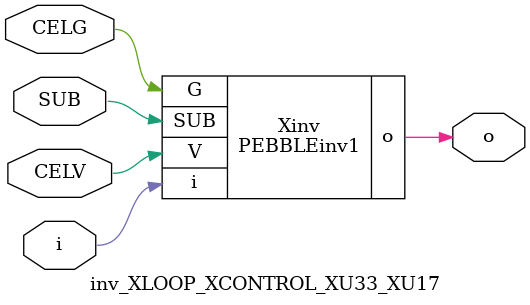
<source format=v>



module PEBBLEinv1 ( o, G, SUB, V, i );

  input V;
  input i;
  input G;
  output o;
  input SUB;
endmodule

//Celera Confidential Do Not Copy inv_XLOOP_XCONTROL_XU33_XU17
//Celera Confidential Symbol Generator
//5V Inverter
module inv_XLOOP_XCONTROL_XU33_XU17 (CELV,CELG,i,o,SUB);
input CELV;
input CELG;
input i;
input SUB;
output o;

//Celera Confidential Do Not Copy inv
PEBBLEinv1 Xinv(
.V (CELV),
.i (i),
.o (o),
.SUB (SUB),
.G (CELG)
);
//,diesize,PEBBLEinv1

//Celera Confidential Do Not Copy Module End
//Celera Schematic Generator
endmodule

</source>
